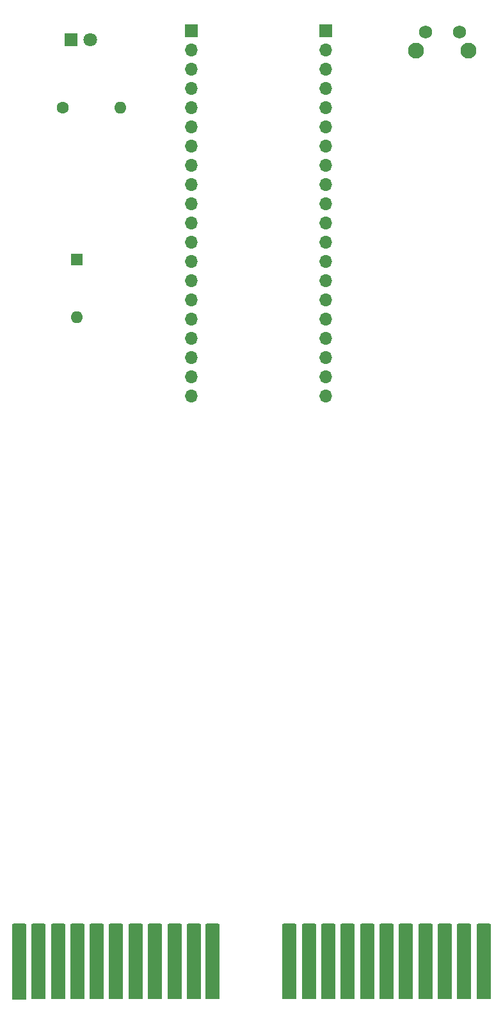
<source format=gbr>
%TF.GenerationSoftware,KiCad,Pcbnew,8.0.4*%
%TF.CreationDate,2024-08-11T18:13:53+02:00*%
%TF.ProjectId,PiChannelF,50694368-616e-46e6-956c-462e6b696361,1*%
%TF.SameCoordinates,Original*%
%TF.FileFunction,Soldermask,Top*%
%TF.FilePolarity,Negative*%
%FSLAX46Y46*%
G04 Gerber Fmt 4.6, Leading zero omitted, Abs format (unit mm)*
G04 Created by KiCad (PCBNEW 8.0.4) date 2024-08-11 18:13:53*
%MOMM*%
%LPD*%
G01*
G04 APERTURE LIST*
G04 Aperture macros list*
%AMRoundRect*
0 Rectangle with rounded corners*
0 $1 Rounding radius*
0 $2 $3 $4 $5 $6 $7 $8 $9 X,Y pos of 4 corners*
0 Add a 4 corners polygon primitive as box body*
4,1,4,$2,$3,$4,$5,$6,$7,$8,$9,$2,$3,0*
0 Add four circle primitives for the rounded corners*
1,1,$1+$1,$2,$3*
1,1,$1+$1,$4,$5*
1,1,$1+$1,$6,$7*
1,1,$1+$1,$8,$9*
0 Add four rect primitives between the rounded corners*
20,1,$1+$1,$2,$3,$4,$5,0*
20,1,$1+$1,$4,$5,$6,$7,0*
20,1,$1+$1,$6,$7,$8,$9,0*
20,1,$1+$1,$8,$9,$2,$3,0*%
G04 Aperture macros list end*
%ADD10R,1.600000X1.600000*%
%ADD11O,1.600000X1.600000*%
%ADD12R,1.800000X1.800000*%
%ADD13C,1.800000*%
%ADD14C,1.600000*%
%ADD15R,1.900000X8.100000*%
%ADD16RoundRect,0.233760X-0.716240X-0.766240X0.716240X-0.766240X0.716240X0.766240X-0.716240X0.766240X0*%
%ADD17R,1.700000X1.700000*%
%ADD18O,1.700000X1.700000*%
%ADD19C,2.100000*%
%ADD20C,1.750000*%
G04 APERTURE END LIST*
D10*
%TO.C,D1*%
X75850000Y-58300000D03*
D11*
X75850000Y-65920000D03*
%TD*%
D12*
%TO.C,D2*%
X75135000Y-29275000D03*
D13*
X77675000Y-29275000D03*
%TD*%
D14*
%TO.C,R1*%
X74005000Y-38225000D03*
D11*
X81625000Y-38225000D03*
%TD*%
D15*
%TO.C,E1*%
X68244000Y-152025000D03*
X70814000Y-151925000D03*
X73384000Y-151925000D03*
X75954000Y-151925000D03*
X78524000Y-151925000D03*
X81075000Y-151925000D03*
X83664000Y-151925000D03*
X86234000Y-151925000D03*
X88804000Y-151925000D03*
X91374000Y-151925000D03*
X93844000Y-151925000D03*
X104000000Y-151925000D03*
X106570000Y-151925000D03*
X109140000Y-151925000D03*
X111682000Y-151925000D03*
X114299000Y-151925000D03*
X116850000Y-151925000D03*
X119406000Y-151925000D03*
X122023000Y-151925000D03*
X124560000Y-151925000D03*
X127130000Y-151925000D03*
X129700000Y-151925000D03*
D16*
X68244000Y-147025000D03*
X70814000Y-147025000D03*
X73384000Y-147025000D03*
X75954000Y-147025000D03*
X78524000Y-147025000D03*
X81075000Y-147025000D03*
X83664000Y-147025000D03*
X86234000Y-147025000D03*
X88804000Y-147025000D03*
X91374000Y-147025000D03*
X93844000Y-147025000D03*
X104000000Y-147025000D03*
X106620000Y-147025000D03*
X109140000Y-147025000D03*
X111682000Y-147025000D03*
X114299000Y-147025000D03*
X116850000Y-147025000D03*
X119406000Y-147025000D03*
X122023000Y-147025000D03*
X124560000Y-147025000D03*
X127130000Y-147025000D03*
X129700000Y-147025000D03*
%TD*%
D17*
%TO.C,J1*%
X108825000Y-28085000D03*
D18*
X108825000Y-30625000D03*
X108825000Y-33165000D03*
X108825000Y-35705000D03*
X108825000Y-38245000D03*
X108825000Y-40785000D03*
X108825000Y-43325000D03*
X108825000Y-45865000D03*
X108825000Y-48405000D03*
X108825000Y-50945000D03*
X108825000Y-53485000D03*
X108825000Y-56025000D03*
X108825000Y-58565000D03*
X108825000Y-61105000D03*
X108825000Y-63645000D03*
X108825000Y-66185000D03*
X108825000Y-68725000D03*
X108825000Y-71265000D03*
X108825000Y-73805000D03*
X108825000Y-76345000D03*
%TD*%
D19*
%TO.C,SW1*%
X127725000Y-30690000D03*
X120715000Y-30690000D03*
D20*
X126475000Y-28200000D03*
X121975000Y-28200000D03*
%TD*%
D17*
%TO.C,J2*%
X91050000Y-28085000D03*
D18*
X91050000Y-30625000D03*
X91050000Y-33165000D03*
X91050000Y-35705000D03*
X91050000Y-38245000D03*
X91050000Y-40785000D03*
X91050000Y-43325000D03*
X91050000Y-45865000D03*
X91050000Y-48405000D03*
X91050000Y-50945000D03*
X91050000Y-53485000D03*
X91050000Y-56025000D03*
X91050000Y-58565000D03*
X91050000Y-61105000D03*
X91050000Y-63645000D03*
X91050000Y-66185000D03*
X91050000Y-68725000D03*
X91050000Y-71265000D03*
X91050000Y-73805000D03*
X91050000Y-76345000D03*
%TD*%
M02*

</source>
